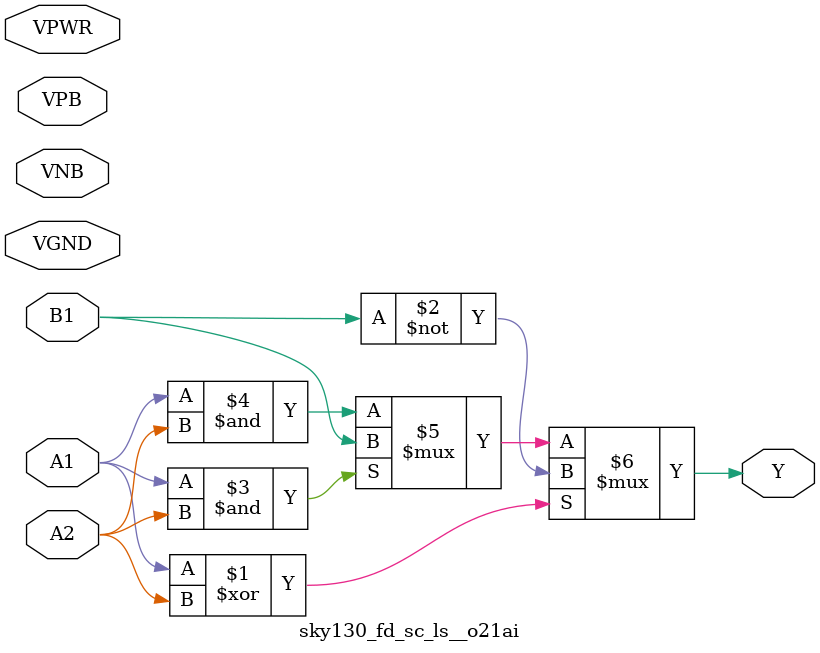
<source format=v>
module sky130_fd_sc_ls__o21ai (
    //# {{data|Data Signals}}
    input  A1  ,
    input  A2  ,
    input  B1  ,
    output Y   ,

    //# {{power|Power}}
    input  VPB ,
    input  VPWR,
    input  VGND,
    input  VNB
);

    assign Y = (A1 ^ A2) ? ~B1 : (A1 & A2) ? B1 : A1 & A2;
    
endmodule
</source>
